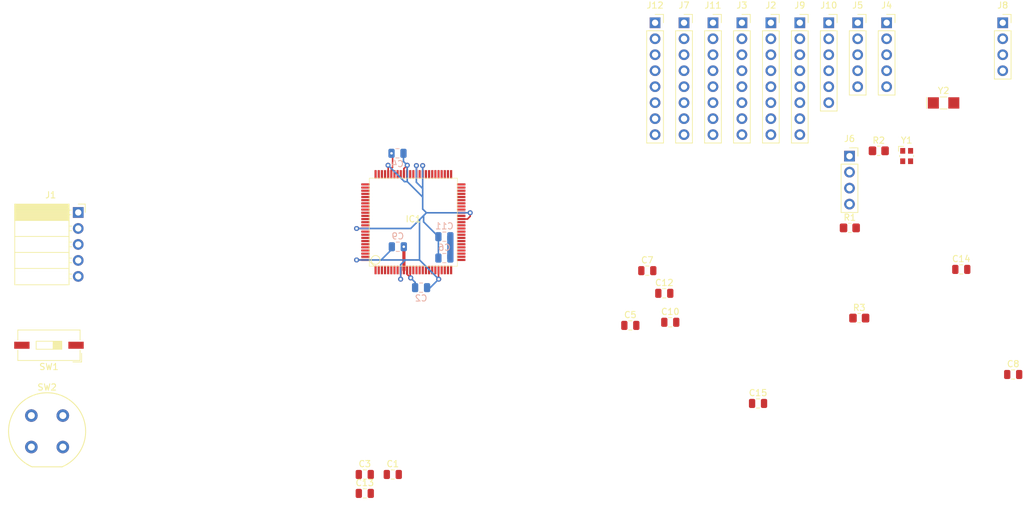
<source format=kicad_pcb>
(kicad_pcb (version 20211014) (generator pcbnew)
  (layers (0 "F.Cu" signal) (31 "B.Cu" signal) (34 "B.Paste" user) (35 "F.Paste" user) (36 "B.SilkS" user "B.Silkscreen") (37 "F.SilkS" user "F.Silkscreen") (38 "B.Mask" user) (39 "F.Mask" user) (44 "Edge.Cuts" user))
  (net 0 "")
  (net 1 "Net-(C4-Pad1)")
  (net 2 "Net-(C5-Pad1)")
  (net 3 "Net-(C13-Pad1)")
  (net 4 "Net-(C14-Pad1)")
  (net 5 "Net-(IC1-Pad58)")
  (net 6 "PJ0")
  (net 7 "PJ1")
  (net 8 "PJ2")
  (net 9 "RVSS")
  (net 10 "+3V3")
  (net 11 "REGIN2")
  (net 12 "PJ3")
  (net 13 "PJ4")
  (net 14 "PJ5")
  (net 15 "PJ6")
  (net 16 "PJ7")
  (net 17 "PE0")
  (net 18 "PE1_RXD0")
  (net 19 "PE2_TXD0")
  (net 20 "PE3")
  (net 21 "PE4")
  (net 22 "PE5")
  (net 23 "PE6")
  (net 24 "PE7")
  (net 25 "PF0")
  (net 26 "PF1")
  (net 27 "PF2")
  (net 28 "PF3")
  (net 29 "PF4")
  (net 30 "PF5")
  (net 31 "PF6")
  (net 32 "PF7")
  (net 33 "PG0")
  (net 34 "PG1")
  (net 35 "PG2")
  (net 37 "PG3")
  (net 38 "PG4")
  (net 39 "PG5")
  (net 40 "PG6")
  (net 41 "PG7")
  (net 42 "PB2")
  (net 43 "PB3")
  (net 44 "PB4")
  (net 45 "PB5")
  (net 46 "Net-(IC1-Pad47)")
  (net 47 "PB7")
  (net 48 "PB8")
  (net 49 "PB9")
  (net 50 "PH1")
  (net 51 "PH0")
  (net 52 "PD4")
  (net 53 "PD3")
  (net 54 "PD2")
  (net 55 "PD1")
  (net 56 "REGIN1")
  (net 57 "REGOUT3")
  (net 58 "PD0")
  (net 59 "Net-(IC1-Pad61)")
  (net 60 "PC5")
  (net 61 "PC4")
  (net 62 "PC3")
  (net 63 "PC2")
  (net 64 "PC1")
  (net 65 "PC0")
  (net 66 "PK4")
  (net 67 "PK3")
  (net 68 "PK2")
  (net 69 "PK1")
  (net 70 "PK0")
  (net 71 "PL0")
  (net 72 "PL1")
  (net 73 "PL2")
  (net 74 "PL3")
  (net 75 "PB1")
  (net 76 "PB0")
  (net 77 "PA7")
  (net 78 "PA6")
  (net 79 "PA5")
  (net 80 "PA4")
  (net 81 "PA2")
  (net 82 "PA1")
  (net 83 "PA0")
  (net 84 "TXD0")
  (net 85 "RXD0")
  (net 87 "PA3")
  (net 88 "PH2")
  (net 89 "PH3")
  (footprint "Connector_PinSocket_2.54mm:PinSocket_1x08_P2.54mm_Vertical" (layer "F.Cu") (at 208.736 63.304)
    (fp_text reference "J9" (at 0 -2.77) (layer "F.SilkS"))
    (fp_text value "Port B")
    (pad "1" thru_hole rect (at 0 0) (size 1.7 1.7) (drill 1) (layers *.Cu *.Mask) (net 76 "PB0"))
    (pad "2" thru_hole oval (at 0 2.54) (size 1.7 1.7) (drill 1) (layers *.Cu *.Mask) (net 75 "PB1"))
    (pad "3" thru_hole oval (at 0 5.08) (size 1.7 1.7) (drill 1) (layers *.Cu *.Mask) (net 42 "PB2"))
    (pad "4" thru_hole oval (at 0 7.62) (size 1.7 1.7) (drill 1) (layers *.Cu *.Mask) (net 43 "PB3"))
    (pad "5" thru_hole oval (at 0 10.16) (size 1.7 1.7) (drill 1) (layers *.Cu *.Mask) (net 44 "PB4"))
    (pad "6" thru_hole oval (at 0 12.7) (size 1.7 1.7) (drill 1) (layers *.Cu *.Mask) (net 45 "PB5"))
    (pad "7" thru_hole oval (at 0 15.24) (size 1.7 1.7) (drill 1) (layers *.Cu *.Mask))
    (pad "8" thru_hole oval (at 0 17.78) (size 1.7 1.7) (drill 1) (layers *.Cu *.Mask) (net 47 "PB7"))
  )
  (footprint "Capacitor_SMD:C_0805_2012Metric" (layer "F.Cu") (at 187.2 106.3)
    (fp_text reference "C12" (at 0 -1.68) (layer "F.SilkS"))
    (fp_text value ".1u")
    (pad "1" smd roundrect (at -0.95 0) (size 1 1.45) (layers "F.Cu" "F.Paste" "F.Mask") (net 10 "+3V3"))
    (pad "2" smd roundrect (at 0.95 0) (size 1 1.45) (layers "F.Cu" "F.Paste" "F.Mask") (net 9 "RVSS"))
  )
  (footprint "Capacitor_SMD:C_0805_2012Metric" (layer "F.Cu") (at 139.6 135.09)
    (fp_text reference "C3" (at 0 -1.68) (layer "F.SilkS"))
    (fp_text value "1u")
    (pad "1" smd roundrect (at -0.95 0) (size 1 1.45) (layers "F.Cu" "F.Paste" "F.Mask") (net 56 "REGIN1"))
    (pad "2" smd roundrect (at 0.95 0) (size 1 1.45) (layers "F.Cu" "F.Paste" "F.Mask") (net 9 "RVSS"))
  )
  (footprint "Connector_PinSocket_2.54mm:PinSocket_1x04_P2.54mm_Vertical" (layer "F.Cu") (at 240.986 63.304)
    (fp_text reference "J8" (at 0 -2.77) (layer "F.SilkS"))
    (fp_text value "Port H")
    (pad "1" thru_hole rect (at 0 0) (size 1.7 1.7) (drill 1) (layers *.Cu *.Mask) (net 51 "PH0"))
    (pad "2" thru_hole oval (at 0 2.54) (size 1.7 1.7) (drill 1) (layers *.Cu *.Mask) (net 50 "PH1"))
    (pad "3" thru_hole oval (at 0 5.08) (size 1.7 1.7) (drill 1) (layers *.Cu *.Mask) (net 88 "PH2"))
    (pad "4" thru_hole oval (at 0 7.62) (size 1.7 1.7) (drill 1) (layers *.Cu *.Mask) (net 89 "PH3"))
  )
  (footprint "Capacitor_SMD:C_0805_2012Metric" (layer "F.Cu") (at 242.65 119.2)
    (fp_text reference "C8" (at 0 -1.68) (layer "F.SilkS"))
    (fp_text value ".1u")
    (pad "1" smd roundrect (at -0.95 0) (size 1 1.45) (layers "F.Cu" "F.Paste" "F.Mask") (net 10 "+3V3"))
    (pad "2" smd roundrect (at 0.95 0) (size 1 1.45) (layers "F.Cu" "F.Paste" "F.Mask") (net 9 "RVSS"))
  )
  (footprint "Package_DFN_QFN:TMPM_Custom_Footprint" (layer "F.Cu") (at 147.32 94.996)
    (fp_text reference "IC1" (at 0 -0.5 unlocked) (layer "F.SilkS"))
    (fp_text value "TMPM46BF10FG")
    (pad "1" smd rect (at -6 7.6 90) (size 1.35 0.35) (layers "F.Cu" "F.Paste" "F.Mask") (net 6 "PJ0"))
    (pad "2" smd rect (at -5.5 7.6 90) (size 1.35 0.35) (layers "F.Cu" "F.Paste" "F.Mask") (net 7 "PJ1"))
    (pad "3" smd rect (at -5 7.6 90) (size 1.35 0.35) (layers "F.Cu" "F.Paste" "F.Mask") (net 8 "PJ2"))
    (pad "4" smd rect (at -4.5 7.6 90) (size 1.35 0.35) (layers "F.Cu" "F.Paste" "F.Mask") (net 12 "PJ3"))
    (pad "5" smd rect (at -4 7.6 90) (size 1.35 0.35) (layers "F.Cu" "F.Paste" "F.Mask") (net 13 "PJ4"))
    (pad "6" smd rect (at -3.5 7.6 90) (size 1.35 0.35) (layers "F.Cu" "F.Paste" "F.Mask") (net 14 "PJ5"))
    (pad "7" smd rect (at -3 7.6 90) (size 1.35 0.35) (layers "F.Cu" "F.Paste" "F.Mask") (net 15 "PJ6"))
    (pad "8" smd rect (at -2.5 7.6 90) (size 1.35 0.35) (layers "F.Cu" "F.Paste" "F.Mask") (net 16 "PJ7"))
    (pad "9" smd rect (at -2 7.6 90) (size 1.35 0.35) (layers "F.Cu" "F.Paste" "F.Mask") (net 9 "RVSS"))
    (pad "10" smd rect (at -1.5 7.6 90) (size 1.35 0.35) (layers "F.Cu" "F.Paste" "F.Mask") (net 10 "+3V3"))
    (pad "11" smd rect (at -1 7.6 90) (size 1.35 0.35) (layers "F.Cu" "F.Paste" "F.Mask") (net 11 "REGIN2"))
    (pad "12" smd rect (at -0.5 7.6 90) (size 1.35 0.35) (layers "F.Cu" "F.Paste" "F.Mask") (net 11 "REGIN2"))
    (pad "13" smd rect (at 0 7.6 90) (size 1.35 0.35) (layers "F.Cu" "F.Paste" "F.Mask") (net 17 "PE0"))
    (pad "14" smd rect (at 0.5 7.6 90) (size 1.35 0.35) (layers "F.Cu" "F.Paste" "F.Mask") (net 18 "PE1_RXD0"))
    (pad "15" smd rect (at 1 7.6 90) (size 1.35 0.35) (layers "F.Cu" "F.Paste" "F.Mask") (net 19 "PE2_TXD0"))
    (pad "16" smd rect (at 1.5 7.6 90) (size 1.35 0.35) (layers "F.Cu" "F.Paste" "F.Mask") (net 20 "PE3"))
    (pad "17" smd rect (at 2 7.6 90) (size 1.35 0.35) (layers "F.Cu" "F.Paste" "F.Mask") (net 21 "PE4"))
    (pad "18" smd rect (at 2.5 7.6 90) (size 1.35 0.35) (layers "F.Cu" "F.Paste" "F.Mask") (net 22 "PE5"))
    (pad "19" smd rect (at 3 7.6 90) (size 1.35 0.35) (layers "F.Cu" "F.Paste" "F.Mask") (net 23 "PE6"))
    (pad "20" smd rect (at 3.5 7.6 90) (size 1.35 0.35) (layers "F.Cu" "F.Paste" "F.Mask") (net 24 "PE7"))
    (pad "21" smd rect (at 4 7.6 90) (size 1.35 0.35) (layers "F.Cu" "F.Paste" "F.Mask") (net 9 "RVSS"))
    (pad "22" smd rect (at 4.5 7.6 90) (size 1.35 0.35) (layers "F.Cu" "F.Paste" "F.Mask") (net 10 "+3V3"))
    (pad "23" smd rect (at 5 7.6 90) (size 1.35 0.35) (layers "F.Cu" "F.Paste" "F.Mask") (net 25 "PF0"))
    (pad "24" smd rect (at 5.5 7.6 90) (size 1.35 0.35) (layers "F.Cu" "F.Paste" "F.Mask") (net 26 "PF1"))
    (pad "25" smd rect (at 6 7.6 90) (size 1.35 0.35) (layers "F.Cu" "F.Paste" "F.Mask") (net 27 "PF2"))
    (pad "26" smd rect (at 7.6 6 180) (size 1.35 0.35) (layers "F.Cu" "F.Paste" "F.Mask") (net 28 "PF3"))
    (pad "27" smd rect (at 7.6 5.5 180) (size 1.35 0.35) (layers "F.Cu" "F.Paste" "F.Mask") (net 29 "PF4"))
    (pad "28" smd rect (at 7.6 5 180) (size 1.35 0.35) (layers "F.Cu" "F.Paste" "F.Mask") (net 30 "PF5"))
    (pad "29" smd rect (at 7.6 4.5 180) (size 1.35 0.35) (layers "F.Cu" "F.Paste" "F.Mask") (net 31 "PF6"))
    (pad "30" smd rect (at 7.6 4 180) (size 1.35 0.35) (layers "F.Cu" "F.Paste" "F.Mask") (net 32 "PF7"))
    (pad "31" smd rect (at 7.6 3.5 180) (size 1.35 0.35) (layers "F.Cu" "F.Paste" "F.Mask") (net 33 "PG0"))
    (pad "32" smd rect (at 7.6 3 180) (size 1.35 0.35) (layers "F.Cu" "F.Paste" "F.Mask") (net 34 "PG1"))
    (pad "33" smd rect (at 7.6 2.5 180) (size 1.35 0.35) (layers "F.Cu" "F.Paste" "F.Mask") (net 35 "PG2"))
    (pad "34" smd rect (at 7.6 2 180) (size 1.35 0.35) (layers "F.Cu" "F.Paste" "F.Mask") (net 37 "PG3"))
    (pad "35" smd rect (at 7.6 1.5 180) (size 1.35 0.35) (layers "F.Cu" "F.Paste" "F.Mask") (net 38 "PG4"))
    (pad "36" smd rect (at 7.6 1 180) (size 1.35 0.35) (layers "F.Cu" "F.Paste" "F.Mask") (net 39 "PG5"))
    (pad "37" smd rect (at 7.6 0.5 180) (size 1.35 0.35) (layers "F.Cu" "F.Paste" "F.Mask") (net 40 "PG6"))
    (pad "38" smd rect (at 7.6 0 180) (size 1.35 0.35) (layers "F.Cu" "F.Paste" "F.Mask") (net 41 "PG7"))
    (pad "39" smd rect (at 7.6 -0.5 180) (size 1.35 0.35) (layers "F.Cu" "F.Paste" "F.Mask") (net 9 "RVSS"))
    (pad "40" smd rect (at 7.6 -1 180) (size 1.35 0.35) (layers "F.Cu" "F.Paste" "F.Mask"))
    (pad "41" smd rect (at 7.6 -1.5 180) (size 1.35 0.35) (layers "F.Cu" "F.Paste" "F.Mask") (net 9 "RVSS"))
    (pad "42" smd rect (at 7.6 -2 180) (size 1.35 0.35) (layers "F.Cu" "F.Paste" "F.Mask") (net 10 "+3V3"))
    (pad "43" smd rect (at 7.6 -2.5 180) (size 1.35 0.35) (layers "F.Cu" "F.Paste" "F.Mask") (net 42 "PB2"))
    (pad "44" smd rect (at 7.6 -3 180) (size 1.35 0.35) (layers "F.Cu" "F.Paste" "F.Mask") (net 43 "PB3"))
    (pad "45" smd rect (at 7.6 -3.5 180) (size 1.35 0.35) (layers "F.Cu" "F.Paste" "F.Mask") (net 44 "PB4"))
    (pad "46" smd rect (at 7.6 -4 180) (size 1.35 0.35) (layers "F.Cu" "F.Paste" "F.Mask") (net 45 "PB5"))
    (pad "47" smd rect (at 7.6 -4.5 180) (size 1.35 0.35) (layers "F.Cu" "F.Paste" "F.Mask") (net 46 "Net-(IC1-Pad47)"))
    (pad "48" smd rect (at 7.6 -5 180) (size 1.35 0.35) (layers "F.Cu" "F.Paste" "F.Mask") (net 47 "PB7"))
    (pad "49" smd rect (at 7.6 -5.5 180) (size 1.35 0.35) (layers "F.Cu" "F.Paste" "F.Mask") (net 48 "PB8"))
    (pad "50" smd rect (at 7.6 -6 180) (size 1.35 0.35) (layers "F.Cu" "F.Paste" "F.Mask") (net 49 "PB9"))
    (pad "51" smd rect (at 6 -7.6 270) (size 1.35 0.35) (layers "F.Cu" "F.Paste" "F.Mask") (net 50 "PH1"))
    (pad "52" smd rect (at 5.5 -7.6 270) (size 1.35 0.35) (layers "F.Cu" "F.Paste" "F.Mask") (net 51 "PH0"))
    (pad "53" smd rect (at 5 -7.6 270) (size 1.35 0.35) (layers "F.Cu" "F.Paste" "F.Mask") (net 52 "PD4"))
    (pad "54" smd rect (at 4.5 -7.6 270) (size 1.35 0.35) (layers "F.Cu" "F.Paste" "F.Mask") (net 53 "PD3"))
    (pad "55" smd rect (at 4 -7.6 270) (size 1.35 0.35) (layers "F.Cu" "F.Paste" "F.Mask") (net 54 "PD2"))
    (pad "56" smd rect (at 3.5 -7.6 270) (size 1.35 0.35) (layers "F.Cu" "F.Paste" "F.Mask") (net 55 "PD1"))
    (pad "57" smd rect (at 3 -7.6 270) (size 1.35 0.35) (layers "F.Cu" "F.Paste" "F.Mask") (net 58 "PD0"))
    (pad "58" smd rect (at 2.5 -7.6 270) (size 1.35 0.35) (layers "F.Cu" "F.Paste" "F.Mask") (net 5 "Net-(IC1-Pad58)"))
    (pad "59" smd rect (at 2 -7.6 270) (size 1.35 0.35) (layers "F.Cu" "F.Paste" "F.Mask") (net 3 "Net-(C13-Pad1)"))
    (pad "60" smd rect (at 1.5 -7.6 270) (size 1.35 0.35) (layers "F.Cu" "F.Paste" "F.Mask") (net 9 "RVSS"))
    (pad "61" smd rect (at 1 -7.6 270) (size 1.35 0.35) (layers "F.Cu" "F.Paste" "F.Mask") (net 59 "Net-(IC1-Pad61)"))
    (pad "62" smd rect (at 0.5 -7.6 270) (size 1.35 0.35) (layers "F.Cu" "F.Paste" "F.Mask") (net 9 "RVSS"))
    (pad "63" smd rect (at 0 -7.6 270) (size 1.35 0.35) (layers "F.Cu" "F.Paste" "F.Mask") (net 56 "REGIN1"))
    (pad "64" smd rect (at -0.5 -7.6 270) (size 1.35 0.35) (layers "F.Cu" "F.Paste" "F.Mask") (net 56 "REGIN1"))
    (pad "65" smd rect (at -1 -7.6 270) (size 1.35 0.35) (layers "F.Cu" "F.Paste" "F.Mask") (net 9 "RVSS"))
    (pad "66" smd rect (at -1.5 -7.6 270) (size 1.35 0.35) (layers "F.Cu" "F.Paste" "F.Mask") (net 9 "RVSS"))
    (pad "67" smd rect (at -2 -7.6 270) (size 1.35 0.35) (layers "F.Cu" "F.Paste" "F.Mask") (net 57 "REGOUT3"))
    (pad "68" smd rect (at -2.5 -7.6 270) (size 1.35 0.35) (layers "F.Cu" "F.Paste" "F.Mask") (net 10 "+3V3"))
    (pad "69" smd rect (at -3 -7.6 270) (size 1.35 0.35) (layers "F.Cu" "F.Paste" "F.Mask") (net 2 "Net-(C5-Pad1)"))
    (pad "70" smd rect (at -3.5 -7.6 270) (size 1.35 0.35) (layers "F.Cu" "F.Paste" "F.Mask") (net 1 "Net-(C4-Pad1)"))
    (pad "71" smd rect (at -4 -7.6 270) (size 1.35 0.35) (layers "F.Cu" "F.Paste" "F.Mask") (net 9 "RVSS"))
    (pad "72" smd rect (at -4.5 -7.6 270) (size 1.35 0.35) (layers "F.Cu" "F.Paste" "F.Mask") (net 60 "PC5"))
    (pad "73" smd rect (at -5 -7.6 270) (size 1.35 0.35) (layers "F.Cu" "F.Paste" "F.Mask") (net 61 "PC4"))
    (pad "74" smd rect (at -5.5 -7.6 270) (size 1.35 0.35) (layers "F.Cu" "F.Paste" "F.Mask") (net 62 "PC3"))
    (pad "75" smd rect (at -6 -7.6 270) (size 1.35 0.35) (layers "F.Cu" "F.Paste" "F.Mask") (net 63 "PC2"))
    (pad "76" smd rect (at -7.6 -6) (size 1.35 0.35) (layers "F.Cu" "F.Paste" "F.Mask") (net 64 "PC1"))
    (pad "77" smd rect (at -7.6 -5.5) (size 1.35 0.35) (layers "F.Cu" "F.Paste" "F.Mask") (net 65 "PC0"))
    (pad "78" smd rect (at -7.6 -5) (size 1.35 0.35) (layers "F.Cu" "F.Paste" "F.Mask") (net 66 "PK4"))
    (pad "79" smd rect (at -7.6 -4.5) (size 1.35 0.35) (layers "F.Cu" "F.Paste" "F.Mask") (net 67 "PK3"))
    (pad "80" smd rect (at -7.6 -4) (size 1.35 0.35) (layers "F.Cu" "F.Paste" "F.Mask") (net 68 "PK2"))
    (pad "81" smd rect (at -7.6 -3.5) (size 1.35 0.35) (layers "F.Cu" "F.Paste" "F.Mask") (net 69 "PK1"))
    (pad "82" smd rect (at -7.6 -3) (size 1.35 0.35) (layers "F.Cu" "F.Paste" "F.Mask") (net 70 "PK0"))
    (pad "83" smd rect (at -7.6 -2.5) (size 1.35 0.35) (layers "F.Cu" "F.Paste" "F.Mask") (net 71 "PL0"))
    (pad "84" smd rect (at -7.6 -2) (size 1.35 0.35) (layers "F.Cu" "F.Paste" "F.Mask") (net 72 "PL1"))
    (pad "85" smd rect (at -7.6 -1.5) (size 1.35 0.35) (layers "F.Cu" "F.Paste" "F.Mask") (net 73 "PL2"))
    (pad "86" smd rect (at -7.6 -1) (size 1.35 0.35) (layers "F.Cu" "F.Paste" "F.Mask") (net 74 "PL3"))
    (pad "87" smd rect (at -7.6 -0.5) (size 1.35 0.35) (layers "F.Cu" "F.Paste" "F.Mask") (net 75 "PB1"))
    (pad "88" smd rect (at -7.6 0) (size 1.35 0.35) (layers "F.Cu" "F.Paste" "F.Mask") (net 76 "PB0"))
    (pad "89" smd rect (at -7.6 0.5) (size 1.35 0.35) (layers "F.Cu" "F.Paste" "F.Mask") (net 10 "+3V3"))
    (pad "90" smd rect (at -7.6 1) (size 1.35 0.35) (layers "F.Cu" "F.Paste" "F.Mask") (net 9 "RVSS"))
    (pad "91" smd rect (at -7.6 1.5) (size 1.35 0.35) (layers "F.Cu" "F.Paste" "F.Mask") (net 77 "PA7"))
    (pad "92" smd rect (at -7.6 2) (size 1.35 0.35) (layers "F.Cu" "F.Paste" "F.Mask") (net 78 "PA6"))
    (pad "93" smd rect (at -7.6 2.5) (size 1.35 0.35) (layers "F.Cu" "F.Paste" "F.Mask") (net 79 "PA5"))
    (pad "94" smd rect (at -7.6 3) (size 1.35 0.35) (layers "F.Cu" "F.Paste" "F.Mask") (net 80 "PA4"))
    (pad "95" smd rect (at -7.6 3.5) (size 1.35 0.35) (layers "F.Cu" "F.Paste" "F.Mask") (net 80 "PA4"))
    (pad "96" smd rect (at -7.6 4) (size 1.35 0.35) (layers "F.Cu" "F.Paste" "F.Mask") (net 81 "PA2"))
    (pad "97" smd rect (at -7.6 4.5) (size 1.35 0.35) (layers "F.Cu" "F.Paste" "F.Mask") (net 82 "PA1"))
    (pad "98" smd rect (at -7.6 5) (size 1.35 0.35) (layers "F.Cu" "F.Paste" "F.Mask") (net 83 "PA0"))
    (pad "99" smd rect (at -7.6 5.5) (size 1.35 0.35) (layers "F.Cu" "F.Paste" "F.Mask") (net 10 "+3V3"))
    (pad "100" smd rect (at -7.6 6) (size 1.35 0.35) (layers "F.Cu" "F.Paste" "F.Mask") (net 9 "RVSS"))
  )
  (footprint "Connector_PinSocket_2.54mm:PinSocket_1x08_P2.54mm_Vertical" (layer "F.Cu") (at 185.736 63.304)
    (fp_text reference "J12" (at 0 -2.77) (layer "F.SilkS"))
    (fp_text value "Port J")
    (pad "1" thru_hole rect (at 0 0) (size 1.7 1.7) (drill 1) (layers *.Cu *.Mask) (net 6 "PJ0"))
    (pad "2" thru_hole oval (at 0 2.54) (size 1.7 1.7) (drill 1) (layers *.Cu *.Mask) (net 7 "PJ1"))
    (pad "3" thru_hole oval (at 0 5.08) (size 1.7 1.7) (drill 1) (layers *.Cu *.Mask) (net 8 "PJ2"))
    (pad "4" thru_hole oval (at 0 7.62) (size 1.7 1.7) (drill 1) (layers *.Cu *.Mask) (net 12 "PJ3"))
    (pad "5" thru_hole oval (at 0 10.16) (size 1.7 1.7) (drill 1) (layers *.Cu *.Mask) (net 13 "PJ4"))
    (pad "6" thru_hole oval (at 0 12.7) (size 1.7 1.7) (drill 1) (layers *.Cu *.Mask) (net 14 "PJ5"))
    (pad "7" thru_hole oval (at 0 15.24) (size 1.7 1.7) (drill 1) (layers *.Cu *.Mask) (net 15 "PJ6"))
    (pad "8" thru_hole oval (at 0 17.78) (size 1.7 1.7) (drill 1) (layers *.Cu *.Mask) (net 16 "PJ7"))
  )
  (footprint "Button_Switch_SMD:SW_DIP_SPSTx01_Slide_9.78x4.72mm_W8.61mm_P2.54mm" (layer "F.Cu") (at 89.408 114.554 180)
    (fp_text reference "SW1" (at 0 -3.42) (layer "F.SilkS"))
    (fp_text value "Boot Switch")
    (pad "1" smd rect (at -4.305 0 180) (size 2.44 1.12) (layers "F.Cu" "F.Paste" "F.Mask") (net 46 "Net-(IC1-Pad47)"))
    (pad "2" smd rect (at 4.305 0 180) (size 2.44 1.12) (layers "F.Cu" "F.Paste" "F.Mask") (net 9 "RVSS"))
  )
  (footprint "Resistor_SMD:R_0805_2012Metric_Pad1.20x1.40mm_HandSolder" (layer "F.Cu") (at 216.686 95.904)
    (fp_text reference "R1" (at 0 -1.65) (layer "F.SilkS"))
    (fp_text value "47")
    (pad "1" smd roundrect (at -1 0) (size 1.2 1.4) (layers "F.Cu" "F.Paste" "F.Mask") (roundrect_rratio 0.208333) (net 59 "Net-(IC1-Pad61)"))
    (pad "2" smd roundrect (at 1 0) (size 1.2 1.4) (layers "F.Cu" "F.Paste" "F.Mask") (roundrect_rratio 0.208333) (net 4 "Net-(C14-Pad1)"))
  )
  (footprint "Button_Switch_THT:Push_E-Switch_KS01Q01" (layer "F.Cu") (at 86.614 125.73)
    (fp_text reference "SW2" (at 2.5 -4.5) (layer "F.SilkS"))
    (fp_text value "SW_Push")
    (pad "1" thru_hole circle (at 0 0) (size 2 2) (drill 1.1) (layers *.Cu *.Mask) (net 5 "Net-(IC1-Pad58)"))
    (pad "2" thru_hole circle (at 5 0) (size 2 2) (drill 1.1) (layers *.Cu *.Mask) (net 9 "RVSS"))
    (pad "3" thru_hole circle (at 0 5) (size 2 2) (drill 1.1) (layers *.Cu *.Mask))
    (pad "4" thru_hole circle (at 5 5) (size 2 2) (drill 1.1) (layers *.Cu *.Mask))
  )
  (footprint "Connector_PinSocket_2.54mm:PinSocket_1x05_P2.54mm_Vertical" (layer "F.Cu") (at 217.936 63.304)
    (fp_text reference "J5" (at 0 -2.77) (layer "F.SilkS"))
    (fp_text value "Port K")
    (pad "1" thru_hole rect (at 0 0) (size 1.7 1.7) (drill 1) (layers *.Cu *.Mask) (net 70 "PK0"))
    (pad "2" thru_hole oval (at 0 2.54) (size 1.7 1.7) (drill 1) (layers *.Cu *.Mask) (net 69 "PK1"))
    (pad "3" thru_hole oval (at 0 5.08) (size 1.7 1.7) (drill 1) (layers *.Cu *.Mask) (net 68 "PK2"))
    (pad "4" thru_hole oval (at 0 7.62) (size 1.7 1.7) (drill 1) (layers *.Cu *.Mask) (net 67 "PK3"))
    (pad "5" thru_hole oval (at 0 10.16) (size 1.7 1.7) (drill 1) (layers *.Cu *.Mask) (net 66 "PK4"))
  )
  (footprint "Resistor_SMD:R_0805_2012Metric_Pad1.20x1.40mm_HandSolder" (layer "F.Cu") (at 221.286 83.654)
    (fp_text reference "R2" (at 0 -1.65) (layer "F.SilkS"))
    (fp_text value "10k")
    (pad "1" smd roundrect (at -1 0) (size 1.2 1.4) (layers "F.Cu" "F.Paste" "F.Mask") (roundrect_rratio 0.208333) (net 46 "Net-(IC1-Pad47)"))
    (pad "2" smd roundrect (at 1 0) (size 1.2 1.4) (layers "F.Cu" "F.Paste" "F.Mask") (roundrect_rratio 0.208333) (net 10 "+3V3"))
  )
  (footprint "Connector_PinSocket_2.54mm:PinSocket_1x08_P2.54mm_Vertical" (layer "F.Cu") (at 190.336 63.304)
    (fp_text reference "J7" (at 0 -2.77) (layer "F.SilkS"))
    (fp_text value "Port E")
    (pad "1" thru_hole rect (at 0 0) (size 1.7 1.7) (drill 1) (layers *.Cu *.Mask) (net 17 "PE0"))
    (pad "2" thru_hole oval (at 0 2.54) (size 1.7 1.7) (drill 1) (layers *.Cu *.Mask) (net 18 "PE1_RXD0"))
    (pad "3" thru_hole oval (at 0 5.08) (size 1.7 1.7) (drill 1) (layers *.Cu *.Mask) (net 19 "PE2_TXD0"))
    (pad "4" thru_hole oval (at 0 7.62) (size 1.7 1.7) (drill 1) (layers *.Cu *.Mask) (net 20 "PE3"))
    (pad "5" thru_hole oval (at 0 10.16) (size 1.7 1.7) (drill 1) (layers *.Cu *.Mask) (net 21 "PE4"))
    (pad "6" thru_hole oval (at 0 12.7) (size 1.7 1.7) (drill 1) (layers *.Cu *.Mask) (net 22 "PE5"))
    (pad "7" thru_hole oval (at 0 15.24) (size 1.7 1.7) (drill 1) (layers *.Cu *.Mask) (net 23 "PE6"))
    (pad "8" thru_hole oval (at 0 17.78) (size 1.7 1.7) (drill 1) (layers *.Cu *.Mask) (net 24 "PE7"))
  )
  (footprint "Resistor_SMD:R_0805_2012Metric_Pad1.20x1.40mm_HandSolder" (layer "F.Cu") (at 218.186 110.236)
    (fp_text reference "R3" (at 0 -1.65) (layer "F.SilkS"))
    (fp_text value "10k")
    (pad "1" smd roundrect (at -1 0) (size 1.2 1.4) (layers "F.Cu" "F.Paste" "F.Mask") (roundrect_rratio 0.208333) (net 5 "Net-(IC1-Pad58)"))
    (pad "2" smd roundrect (at 1 0) (size 1.2 1.4) (layers "F.Cu" "F.Paste" "F.Mask") (roundrect_rratio 0.208333) (net 10 "+3V3"))
  )
  (footprint "Capacitor_SMD:C_0805_2012Metric" (layer "F.Cu") (at 181.8 111.4)
    (fp_text reference "C5" (at 0 -1.68) (layer "F.SilkS"))
    (fp_text value "10p")
    (pad "1" smd roundrect (at -0.95 0) (size 1 1.45) (layers "F.Cu" "F.Paste" "F.Mask") (net 2 "Net-(C5-Pad1)"))
    (pad "2" smd roundrect (at 0.95 0) (size 1 1.45) (layers "F.Cu" "F.Paste" "F.Mask") (net 9 "RVSS"))
  )
  (footprint "Connector_PinSocket_2.54mm:PinSocket_1x04_P2.54mm_Vertical" (layer "F.Cu") (at 216.636 84.504)
    (fp_text reference "J6" (at 0 -2.77) (layer "F.SilkS"))
    (fp_text value "Port L")
    (pad "1" thru_hole rect (at 0 0) (size 1.7 1.7) (drill 1) (layers *.Cu *.Mask) (net 71 "PL0"))
    (pad "2" thru_hole oval (at 0 2.54) (size 1.7 1.7) (drill 1) (layers *.Cu *.Mask) (net 72 "PL1"))
    (pad "3" thru_hole oval (at 0 5.08) (size 1.7 1.7) (drill 1) (layers *.Cu *.Mask) (net 73 "PL2"))
    (pad "4" thru_hole oval (at 0 7.62) (size 1.7 1.7) (drill 1) (layers *.Cu *.Mask) (net 74 "PL3"))
  )
  (footprint "Connector_PinSocket_2.54mm:PinSocket_1x08_P2.54mm_Vertical" (layer "F.Cu") (at 204.136 63.304)
    (fp_text reference "J2" (at 0 -2.77) (layer "F.SilkS"))
    (fp_text value "Port G")
    (pad "1" thru_hole rect (at 0 0) (size 1.7 1.7) (drill 1) (layers *.Cu *.Mask) (net 33 "PG0"))
    (pad "2" thru_hole oval (at 0 2.54) (size 1.7 1.7) (drill 1) (layers *.Cu *.Mask) (net 34 "PG1"))
    (pad "3" thru_hole oval (at 0 5.08) (size 1.7 1.7) (drill 1) (layers *.Cu *.Mask) (net 35 "PG2"))
    (pad "4" thru_hole oval (at 0 7.62) (size 1.7 1.7) (drill 1) (layers *.Cu *.Mask) (net 37 "PG3"))
    (pad "5" thru_hole oval (at 0 10.16) (size 1.7 1.7) (drill 1) (layers *.Cu *.Mask) (net 38 "PG4"))
    (pad "6" thru_hole oval (at 0 12.7) (size 1.7 1.7) (drill 1) (layers *.Cu *.Mask) (net 39 "PG5"))
    (pad "7" thru_hole oval (at 0 15.24) (size 1.7 1.7) (drill 1) (layers *.Cu *.Mask) (net 40 "PG6"))
    (pad "8" thru_hole oval (at 0 17.78) (size 1.7 1.7) (drill 1) (layers *.Cu *.Mask) (net 41 "PG7"))
  )
  (footprint "Capacitor_SMD:C_0805_2012Metric" (layer "F.Cu") (at 234.4 102.5)
    (fp_text reference "C14" (at 0 -1.68) (layer "F.SilkS"))
    (fp_text value "10p")
    (pad "1" smd roundrect (at -0.95 0) (size 1 1.45) (layers "F.Cu" "F.Paste" "F.Mask") (net 4 "Net-(C14-Pad1)"))
    (pad "2" smd roundrect (at 0.95 0) (size 1 1.45) (layers "F.Cu" "F.Paste" "F.Mask") (net 9 "RVSS"))
  )
  (footprint "Capacitor_SMD:C_0805_2012Metric" (layer "F.Cu") (at 188.15 110.9)
    (fp_text reference "C10" (at 0 -1.68) (layer "F.SilkS"))
    (fp_text value ".1u")
    (pad "1" smd roundrect (at -0.95 0) (size 1 1.45) (layers "F.Cu" "F.Paste" "F.Mask") (net 10 "+3V3"))
    (pad "2" smd roundrect (at 0.95 0) (size 1 1.45) (layers "F.Cu" "F.Paste" "F.Mask") (net 9 "RVSS"))
  )
  (footprint "Connector_PinSocket_2.54mm:PinSocket_1x05_P2.54mm_Vertical" (layer "F.Cu") (at 222.536 63.304)
    (fp_text reference "J4" (at 0 -2.77) (layer "F.SilkS"))
    (fp_text value "Port D")
    (pad "1" thru_hole rect (at 0 0) (size 1.7 1.7) (drill 1) (layers *.Cu *.Mask) (net 58 "PD0"))
    (pad "2" thru_hole oval (at 0 2.54) (size 1.7 1.7) (drill 1) (layers *.Cu *.Mask) (net 55 "PD1"))
    (pad "3" thru_hole oval (at 0 5.08) (size 1.7 1.7) (drill 1) (layers *.Cu *.Mask) (net 54 "PD2"))
    (pad "4" thru_hole oval (at 0 7.62) (size 1.7 1.7) (drill 1) (layers *.Cu *.Mask) (net 53 "PD3"))
    (pad "5" thru_hole oval (at 0 10.16) (size 1.7 1.7) (drill 1) (layers *.Cu *.Mask) (net 52 "PD4"))
  )
  (footprint "Capacitor_SMD:C_0805_2012Metric" (layer "F.Cu") (at 184.5 102.7)
    (fp_text reference "C7" (at 0 -1.68) (layer "F.SilkS"))
    (fp_text value ".1u")
    (pad "1" smd roundrect (at -0.95 0) (size 1 1.45) (layers "F.Cu" "F.Paste" "F.Mask") (net 10 "+3V3"))
    (pad "2" smd roundrect (at 0.95 0) (size 1 1.45) (layers "F.Cu" "F.Paste" "F.Mask") (net 9 "RVSS"))
  )
  (footprint "Crystal:Crystal_SMD_EuroQuartz_EQ161-2Pin_3.2x1.5mm_HandSoldering" (layer "F.Cu") (at 231.586 76.044)
    (fp_text reference "Y2" (at 0 -1.95) (layer "F.SilkS"))
    (fp_text value "LowOscillator")
    (pad "1" smd rect (at -1.625 0) (size 1.75 1.8) (layers "F.Cu" "F.Paste" "F.Mask") (net 2 "Net-(C5-Pad1)"))
    (pad "2" smd rect (at 1.625 0) (size 1.75 1.8) (layers "F.Cu" "F.Paste" "F.Mask") (net 1 "Net-(C4-Pad1)"))
  )
  (footprint "Connector_PinSocket_2.54mm:PinSocket_1x08_P2.54mm_Vertical" (layer "F.Cu") (at 194.936 63.304)
    (fp_text reference "J11" (at 0 -2.77) (layer "F.SilkS"))
    (fp_text value "Port F")
    (pad "1" thru_hole rect (at 0 0) (size 1.7 1.7) (drill 1) (layers *.Cu *.Mask) (net 25 "PF0"))
    (pad "2" thru_hole oval (at 0 2.54) (size 1.7 1.7) (drill 1) (layers *.Cu *.Mask) (net 26 "PF1"))
    (pad "3" thru_hole oval (at 0 5.08) (size 1.7 1.7) (drill 1) (layers *.Cu *.Mask) (net 27 "PF2"))
    (pad "4" thru_hole oval (at 0 7.62) (size 1.7 1.7) (drill 1) (layers *.Cu *.Mask) (net 28 "PF3"))
    (pad "5" thru_hole oval (at 0 10.16) (size 1.7 1.7) (drill 1) (layers *.Cu *.Mask) (net 29 "PF4"))
    (pad "6" thru_hole oval (at 0 12.7) (size 1.7 1.7) (drill 1) (layers *.Cu *.Mask) (net 30 "PF5"))
    (pad "7" thru_hole oval (at 0 15.24) (size 1.7 1.7) (drill 1) (layers *.Cu *.Mask) (net 31 "PF6"))
    (pad "8" thru_hole oval (at 0 17.78) (size 1.7 1.7) (drill 1) (layers *.Cu *.Mask) (net 32 "PF7"))
  )
  (footprint "Capacitor_SMD:C_0805_2012Metric" (layer "F.Cu") (at 139.6 138.1)
    (fp_text reference "C13" (at 0 -1.68) (layer "F.SilkS"))
    (fp_text value "10p")
    (pad "1" smd roundrect (at -0.95 0) (size 1 1.45) (layers "F.Cu" "F.Paste" "F.Mask") (net 3 "Net-(C13-Pad1)"))
    (pad "2" smd roundrect (at 0.95 0) (size 1 1.45) (layers "F.Cu" "F.Paste" "F.Mask") (net 9 "RVSS"))
  )
  (footprint "Connector_PinSocket_2.54mm:PinSocket_1x05_P2.54mm_Horizontal" (layer "F.Cu") (at 94.062 93.452)
    (fp_text reference "J1" (at -4.38 -2.77) (layer "F.SilkS"))
    (fp_text value "USB_UART Conn Pins")
    (pad "1" thru_hole rect (at 0 0) (size 1.7 1.7) (drill 1) (layers *.Cu *.Mask) (net 10 "+3V3"))
    (pad "2" thru_hole oval (at 0 2.54) (size 1.7 1.7) (drill 1) (layers *.Cu *.Mask) (net 84 "TXD0"))
    (pad "3" thru_hole oval (at 0 5.08) (size 1.7 1.7) (drill 1) (layers *.Cu *.Mask) (net 85 "RXD0"))
    (pad "4" thru_hole oval (at 0 7.62) (size 1.7 1.7) (drill 1) (layers *.Cu *.Mask) (net 9 "RVSS"))
    (pad "5" thru_hole oval (at 0 10.16) (size 1.7 1.7) (drill 1) (layers *.Cu *.Mask))
  )
  (footprint "Connector_PinSocket_2.54mm:PinSocket_1x06_P2.54mm_Vertical" (layer "F.Cu") (at 213.336 63.304)
    (fp_text reference "J10" (at 0 -2.77) (layer "F.SilkS"))
    (fp_text value "Port C")
    (pad "1" thru_hole rect (at 0 0) (size 1.7 1.7) (drill 1) (layers *.Cu *.Mask) (net 65 "PC0"))
    (pad "2" thru_hole oval (at 0 2.54) (size 1.7 1.7) (drill 1) (layers *.Cu *.Mask) (net 64 "PC1"))
    (pad "3" thru_hole oval (at 0 5.08) (size 1.7 1.7) (drill 1) (layers *.Cu *.Mask) (net 63 "PC2"))
    (pad "4" thru_hole oval (at 0 7.62) (size 1.7 1.7) (drill 1) (layers *.Cu *.Mask) (net 62 "PC3"))
    (pad "5" thru_hole oval (at 0 10.16) (size 1.7 1.7) (drill 1) (layers *.Cu *.Mask) (net 61 "PC4"))
    (pad "6" thru_hole oval (at 0 12.7) (size 1.7 1.7) (drill 1) (layers *.Cu *.Mask) (net 60 "PC5"))
  )
  (footprint "Capacitor_SMD:C_0805_2012Metric" (layer "F.Cu") (at 144.05 135.09)
    (fp_text reference "C1" (at 0 -1.68) (layer "F.SilkS"))
    (fp_text value "1u")
    (pad "1" smd roundrect (at -0.95 0) (size 1 1.45) (layers "F.Cu" "F.Paste" "F.Mask") (net 57 "REGOUT3"))
    (pad "2" smd roundrect (at 0.95 0) (size 1 1.45) (layers "F.Cu" "F.Paste" "F.Mask") (net 9 "RVSS"))
  )
  (footprint "Crystal:Crystal_SMD_Abracon_ABM10-4Pin_2.5x2.0mm" (layer "F.Cu") (at 225.716 84.484)
    (fp_text reference "Y1" (at 0 -2.5) (layer "F.SilkS"))
    (fp_text value "HighOscillator")
    (pad "1" smd rect (at -0.625 -0.825) (size 0.8 0.9) (layers "F.Cu" "F.Paste" "F.Mask") (net 3 "Net-(C13-Pad1)"))
    (pad "2" smd rect (at -0.625 0.825) (size 0.8 0.9) (layers "F.Cu" "F.Paste" "F.Mask") (net 9 "RVSS"))
    (pad "3" smd rect (at 0.625 0.825) (size 0.8 0.9) (layers "F.Cu" "F.Paste" "F.Mask") (net 4 "Net-(C14-Pad1)"))
    (pad "4" smd rect (at 0.625 -0.825) (size 0.8 0.9) (layers "F.Cu" "F.Paste" "F.Mask") (net 9 "RVSS"))
  )
  (footprint "Connector_PinSocket_2.54mm:PinSocket_1x08_P2.54mm_Vertical" (layer "F.Cu") (at 199.536 63.304)
    (fp_text reference "J3" (at 0 -2.77) (layer "F.SilkS"))
    (fp_text value "Port A")
    (pad "1" thru_hole rect (at 0 0) (size 1.7 1.7) (drill 1) (layers *.Cu *.Mask) (net 83 "PA0"))
    (pad "2" thru_hole oval (at 0 2.54) (size 1.7 1.7) (drill 1) (layers *.Cu *.Mask) (net 82 "PA1"))
    (pad "3" thru_hole oval (at 0 5.08) (size 1.7 1.7) (drill 1) (layers *.Cu *.Mask) (net 81 "PA2"))
    (pad "4" thru_hole oval (at 0 7.62) (size 1.7 1.7) (drill 1) (layers *.Cu *.Mask) (net 87 "PA3"))
    (pad "5" thru_hole oval (at 0 10.16) (size 1.7 1.7) (drill 1) (layers *.Cu *.Mask) (net 80 "PA4"))
    (pad "6" thru_hole oval (at 0 12.7) (size 1.7 1.7) (drill 1) (layers *.Cu *.Mask) (net 79 "PA5"))
    (pad "7" thru_hole oval (at 0 15.24) (size 1.7 1.7) (drill 1) (layers *.Cu *.Mask) (net 78 "PA6"))
    (pad "8" thru_hole oval (at 0 17.78) (size 1.7 1.7) (drill 1) (layers *.Cu *.Mask) (net 77 "PA7"))
  )
  (footprint "Capacitor_SMD:C_0805_2012Metric" (layer "F.Cu") (at 202.1 123.8)
    (fp_text reference "C15" (at 0 -1.68) (layer "F.SilkS"))
    (fp_text value ".1u")
    (pad "1" smd roundrect (at -0.95 0) (size 1 1.45) (layers "F.Cu" "F.Paste" "F.Mask") (net 5 "Net-(IC1-Pad58)"))
    (pad "2" smd roundrect (at 0.95 0) (size 1 1.45) (layers "F.Cu" "F.Paste" "F.Mask") (net 9 "RVSS"))
  )
  (footprint "Capacitor_SMD:C_0805_2012Metric" (layer "B.Cu") (at 144.8 84.05)
    (fp_text reference "C4" (at 0 1.68) (layer "B.SilkS") (effects (justify mirror)))
    (fp_text value "10p")
    (pad "1" smd roundrect (at -0.95 0) (size 1 1.45) (layers "B.Cu" "B.Paste" "B.Mask") (net 1 "Net-(C4-Pad1)"))
    (pad "2" smd roundrect (at 0.95 0) (size 1 1.45) (layers "B.Cu" "B.Paste" "B.Mask") (net 9 "RVSS"))
  )
  (footprint "Capacitor_SMD:C_0805_2012Metric" (layer "B.Cu") (at 152.25 100.7 180)
    (fp_text reference "C6" (at 0 1.68) (layer "B.SilkS") (effects (justify mirror)))
    (fp_text value ".1u")
    (pad "1" smd roundrect (at -0.95 0 180) (size 1 1.45) (layers "B.Cu" "B.Paste" "B.Mask") (net 10 "+3V3"))
    (pad "2" smd roundrect (at 0.95 0 180) (size 1 1.45) (layers "B.Cu" "B.Paste" "B.Mask") (net 9 "RVSS"))
  )
  (footprint "Capacitor_SMD:C_0805_2012Metric" (layer "B.Cu") (at 152.25 97.3 180)
    (fp_text reference "C11" (at 0 1.68) (layer "B.SilkS") (effects (justify mirror)))
    (fp_text value ".1u")
    (pad "1" smd roundrect (at -0.95 0 180) (size 1 1.45) (layers "B.Cu" "B.Paste" "B.Mask") (net 10 "+3V3"))
    (pad "2" smd roundrect (at 0.95 0 180) (size 1 1.45) (layers "B.Cu" "B.Paste" "B.Mask") (net 9 "RVSS"))
  )
  (footprint "Capacitor_SMD:C_0805_2012Metric" (layer "B.Cu") (at 148.55 105.4)
    (fp_text reference "C2" (at 0 1.68) (layer "B.SilkS") (effects (justify mirror)))
    (fp_text value "1u")
    (pad "1" smd roundrect (at -0.95 0) (size 1 1.45) (layers "B.Cu" "B.Paste" "B.Mask") (net 11 "REGIN2"))
    (pad "2" smd roundrect (at 0.95 0) (size 1 1.45) (layers "B.Cu" "B.Paste" "B.Mask") (net 9 "RVSS"))
  )
  (footprint "Capacitor_SMD:C_0805_2012Metric" (layer "B.Cu") (at 144.85 98.9 180)
    (fp_text reference "C9" (at 0 1.68) (layer "B.SilkS") (effects (justify mirror)))
    (fp_text value ".1u")
    (pad "1" smd roundrect (at -0.95 0 180) (size 1 1.45) (layers "B.Cu" "B.Paste" "B.Mask") (net 10 "+3V3"))
    (pad "2" smd roundrect (at 0.95 0 180) (size 1 1.45) (layers "B.Cu" "B.Paste" "B.Mask") (net 9 "RVSS"))
  )
  (segment (start 144.025 84.225) (end 143.85 84.05) (width 0.25) (layer "F.Cu") (net 1))
  (segment (start 143.82 86.455305) (end 144.025 86.250305) (width 0.25) (layer "F.Cu") (net 1))
  (segment (start 144.025 86.250305) (end 144.025 84.225) (width 0.25) (layer "F.Cu") (net 1))
  (segment (start 143.82 87.396) (end 143.82 86.455305) (width 0.25) (layer "F.Cu") (net 1))
  (via (at 143.85 84.05) (size 0.8) (drill 0.4) (layers "F.Cu" "B.Cu") (net 1))
  (segment (start 147.82 87.396) (end 147.82 86.02) (width 0.25) (layer "F.Cu") (net 9))
  (segment (start 145.32 102.596) (end 145.32 104.03) (width 0.25) (layer "F.Cu") (net 9))
  (segment (start 151.32 104.02) (end 151.35 104.05) (width 0.25) (layer "F.Cu") (net 9))
  (segment (start 139.72 100.996) (end 138.304 100.996) (width 0.25) (layer "F.Cu") (net 9))
  (segment (start 145.32 104.03) (end 145.3 104.05) (width 0.25) (layer "F.Cu") (net 9))
  (segment (start 156.35 94.066) (end 156.35 93.5) (width 0.25) (layer "F.Cu") (net 9))
  (segment (start 148.82 86.02) (end 148.8 86) (width 0.25) (layer "F.Cu") (net 9))
  (segment (start 155.92 94.496) (end 156.35 94.066) (width 0.25) (layer "F.Cu") (net 9))
  (segment (start 138.304 100.996) (end 138.3 101) (width 0.25) (layer "F.Cu") (net 9))
  (segment (start 156.346 93.496) (end 156.35 93.5) (width 0.25) (layer "F.Cu") (net 9))
  (segment (start 154.92 94.496) (end 155.92 94.496) (width 0.25) (layer "F.Cu") (net 9))
  (segment (start 145.82 86.48) (end 146.35 85.95) (width 0.25) (layer "F.Cu") (net 9))
  (segment (start 151.32 102.596) (end 151.32 104.02) (width 0.25) (layer "F.Cu") (net 9))
  (segment (start 139.72 95.996) (end 138.304 95.996) (width 0.25) (layer "F.Cu") (net 9))
  (segment (start 146.32 87.396) (end 146.32 85.98) (width 0.25) (layer "F.Cu") (net 9))
  (segment (start 147.82 86.02) (end 147.8 86) (width 0.25) (layer "F.Cu") (net 9))
  (segment (start 146.32 85.98) (end 146.35 85.95) (width 0.25) (layer "F.Cu") (net 9))
  (segment (start 154.92 93.496) (end 156.346 93.496) (width 0.25) (layer "F.Cu") (net 9))
  (segment (start 138.304 95.996) (end 138.3 96) (width 0.25) (layer "F.Cu") (net 9))
  (segment (start 148.82 87.396) (end 148.82 86.02) (width 0.25) (layer "F.Cu") (net 9))
  (segment (start 143.32 85.97) (end 143.3 85.95) (width 0.25) (layer "F.Cu") (net 9))
  (segment (start 145.82 87.396) (end 145.82 86.48) (width 0.25) (layer "F.Cu") (net 9))
  (segment (start 143.32 87.396) (end 143.32 85.97) (width 0.25) (layer "F.Cu") (net 9))
  (via (at 147.8 86) (size 0.8) (drill 0.4) (layers "F.Cu" "B.Cu") (net 9))
  (via (at 138.3 96) (size 0.8) (drill 0.4) (layers "F.Cu" "B.Cu") (net 9))
  (via (at 146.35 85.95) (size 0.8) (drill 0.4) (layers "F.Cu" "B.Cu") (net 9))
  (via (at 138.3 101) (size 0.8) (drill 0.4) (layers "F.Cu" "B.Cu") (net 9))
  (via (at 148.8 86) (size 0.8) (drill 0.4) (layers "F.Cu" "B.Cu") (net 9))
  (via (at 145.3 104.05) (size 0.8) (drill 0.4) (layers "F.Cu" "B.Cu") (net 9))
  (via (at 156.35 93.5) (size 0.8) (drill 0.4) (layers "F.Cu" "B.Cu") (net 9))
  (via (at 143.3 85.95) (size 0.8) (drill 0.4) (layers "F.Cu" "B.Cu") (net 9))
  (via (at 151.35 104.05) (size 0.8) (drill 0.4) (layers "F.Cu" "B.Cu") (net 9))
  (segment (start 151.3 97.3) (end 148.95 94.95) (width 0.25) (layer "B.Cu") (net 9))
  (segment (start 149.5 105.4) (end 150 105.4) (width 0.25) (layer "B.Cu") (net 9))
  (segment (start 143.9 99.3) (end 142.2 101) (width 0.25) (layer "B.Cu") (net 9))
  (segment (start 145.3 104.05) (end 145.3 101.75) (width 0.25) (layer "B.Cu") (net 9))
  (segment (start 147.8 86) (end 147.8 88.65) (width 0.25) (layer "B.Cu") (net 9))
  (segment (start 151.3 97.3) (end 151.3 100.7) (width 0.25) (layer "B.Cu") (net 9))
  (segment (start 149.4 93.5) (end 148.95 93.95) (width 0.25) (layer "B.Cu") (net 9))
  (segment (start 143.9 98.9) (end 143.9 99.3) (width 0.25) (layer "B.Cu") (net 9))
  (segment (start 142.2 101) (end 146.05 101) (width 0.25) (layer "B.Cu") (net 9))
  (segment (start 145.75 84.05) (end 145.75 85.35) (width 0.25) (layer "B.Cu") (net 9))
  (segment (start 148.8 91) (end 148.8 92.9) (width 0.25) (layer "B.Cu") (net 9))
  (segment (start 138.3 96) (end 146.9 96) (width 0.25) (layer "B.Cu") (net 9))
  (segment (start 147.8 88.65) (end 148.8 89.65) (width 0.25) (layer "B.Cu") (net 9))
  (segment (start 145.75 85.35) (end 146.35 85.95) (width 0.25) (layer "B.Cu") (net 9))
  (segment (start 145.3 101.75) (end 146.05 101) (width 0.25) (layer "B.Cu") (net 9))
  (segment (start 138.3 101) (end 142.2 101) (width 0.25) (layer "B.Cu") (net 9))
  (segment (start 148.8 86) (end 148.8 89.65) (width 0.25) (layer "B.Cu") (net 9))
  (segment (start 145.9 88.55) (end 146.35 88.55) (width 0.25) (layer "B.Cu") (net 9))
  (segment (start 148.3 101) (end 148.3 94.65) (width 0.25) (layer "B.Cu") (net 9))
  (segment (start 148.95 94.95) (end 148.95 93.95) (width 0.25) (layer "B.Cu") (net 9))
  (segment (start 146.35 88.55) (end 148.8 91) (width 0.25) (layer "B.Cu") (net 9))
  (segment (start 148.3 94.65) (end 148.275 94.625) (width 0.25) (layer "B.Cu") (net 9))
  (segment (start 148.3 101) (end 146.05 101) (width 0.25) (layer "B.Cu") (net 9))
  (segment (start 148.8 89.65) (end 148.8 91) (width 0.25) (layer "B.Cu") (net 9))
  (segment (start 146.35 85.95) (end 146.35 88.55) (width 0.25) (layer "B.Cu") (net 9))
  (segment (start 148.275 94.625) (end 146.9 96) (width 0.25) (layer "B.Cu") (net 9))
  (segment (start 151.35 104.05) (end 148.3 101) (width 0.25) (layer "B.Cu") (net 9))
  (segment (start 148.8 92.9) (end 149.4 93.5) (width 0.25) (layer "B.Cu") (net 9))
  (segment (start 148.95 93.95) (end 148.275 94.625) (width 0.25) (layer "B.Cu") (net 9))
  (segment (start 150 105.4) (end 151.35 104.05) (width 0.25) (layer "B.Cu") (net 9))
  (segment (start 143.3 85.95) (end 145.9 88.55) (width 0.25) (layer "B.Cu") (net 9))
  (segment (start 156.35 93.5) (end 149.4 93.5) (width 0.25) (layer "B.Cu") (net 9))
  (segment (start 145.82 98.92) (end 145.8 98.9) (width 0.25) (layer "F.Cu") (net 10))
  (segment (start 145.82 102.596) (end 145.82 98.92) (width 0.5) (layer "F.Cu") (net 10))
  (via (at 145.8 98.9) (size 0.8) (drill 0.4) (layers "F.Cu" "B.Cu") (net 10))
  (segment (start 153.2 97.3) (end 153.2 100.7) (width 1) (layer "B.Cu") (net 10))
  (segment (start 146.32 103.27) (end 146.9 103.85) (width 0.25) (layer "F.Cu") (net 11))
  (segment (start 146.82 103.77) (end 146.82 102.596) (width 0.25) (layer "F.Cu") (net 11))
  (segment (start 146.9 103.85) (end 146.82 103.77) (width 0.25) (layer "F.Cu") (net 11))
  (segment (start 146.32 102.596) (end 146.32 103.27) (width 0.25) (layer "F.Cu") (net 11))
  (via (at 146.9 103.85) (size 0.8) (drill 0.4) (layers "F.Cu" "B.Cu") (net 11))
  (segment (start 147.6 105.4) (end 147.6 104.55) (width 0.25) (layer "B.Cu") (net 11))
  (segment (start 147.6 104.55) (end 146.9 103.85) (width 0.25) (layer "B.Cu") (net 11))
)
</source>
